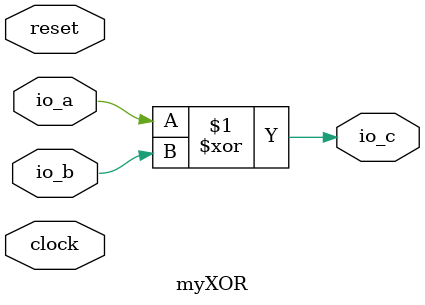
<source format=v>
module myXOR(
  input   clock,
  input   reset,
  input   io_a, // @[src/main/scala/myXOR/myXOR.scala 7:16]
  input   io_b, // @[src/main/scala/myXOR/myXOR.scala 7:16]
  output  io_c // @[src/main/scala/myXOR/myXOR.scala 7:16]
);
  assign io_c = io_a ^ io_b; // @[src/main/scala/myXOR/myXOR.scala 12:18]
endmodule

</source>
